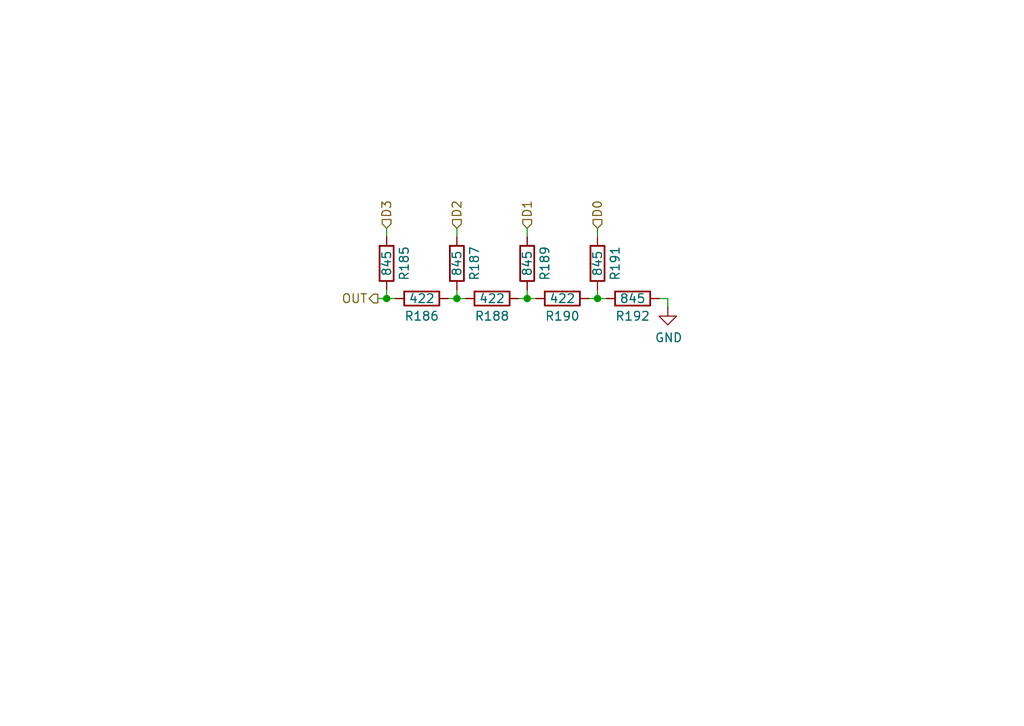
<source format=kicad_sch>
(kicad_sch (version 20250114) (generator "eeschema") (generator_version "9.0")
  (paper "User" 148.006 105.004)
  (lib_symbols
    (symbol "Device:R" (pin_numbers (hide yes)) (pin_names (offset 0))
      (property "Reference" "R" (at 2.032 0 90))
      (property "Value" "R" (at 0 0 90))
      (symbol "R_0_1"
        (rectangle (start -1.016 -2.54) (end 1.016 2.54) (stroke (width 0.254)))
      )
      (symbol "R_1_1"
        (pin passive line (at 0 3.81 270) (length 1.27) (name "~") (number "1"))
        (pin passive line (at 0 -3.81 90) (length 1.27) (name "~") (number "2"))
      )
    )
    (symbol "power:GND" (power) (pin_numbers (hide yes)) (pin_names (offset 0) (hide yes))
      (property "Value" "GND" (at 0 -3.81 0))
      (symbol "GND_0_1"
        (polyline (pts (xy 0 0) (xy 0 -1.27) (xy 1.27 -1.27) (xy 0 -2.54) (xy -1.27 -1.27) (xy 0 -1.27)))
      )
      (symbol "GND_1_1"
        (pin power_in line (at 0 0 270) (length 0) (name "~") (number "1"))
      )
    )
  )
  (junction (at 76.2 43.18))
  (junction (at 55.88 43.18))
  (junction (at 86.36 43.18))
  (junction (at 66.04 43.18))
  (wire (pts (xy 77.47 43.18) (xy 76.2 43.18)))
  (wire (pts (xy 86.36 34.29) (xy 86.36 33.02)))
  (wire (pts (xy 55.88 43.18) (xy 54.61 43.18)))
  (wire (pts (xy 55.88 33.02) (xy 55.88 34.29)))
  (wire (pts (xy 86.36 43.18) (xy 86.36 41.91)))
  (wire (pts (xy 76.2 43.18) (xy 74.93 43.18)))
  (wire (pts (xy 86.36 43.18) (xy 85.09 43.18)))
  (wire (pts (xy 96.52 43.18) (xy 95.25 43.18)))
  (wire (pts (xy 76.2 33.02) (xy 76.2 34.29)))
  (wire (pts (xy 66.04 43.18) (xy 64.77 43.18)))
  (wire (pts (xy 57.15 43.18) (xy 55.88 43.18)))
  (wire (pts (xy 96.52 44.45) (xy 96.52 43.18)))
  (wire (pts (xy 87.63 43.18) (xy 86.36 43.18)))
  (wire (pts (xy 66.04 41.91) (xy 66.04 43.18)))
  (wire (pts (xy 66.04 43.18) (xy 67.31 43.18)))
  (wire (pts (xy 76.2 41.91) (xy 76.2 43.18)))
  (wire (pts (xy 66.04 34.29) (xy 66.04 33.02)))
  (wire (pts (xy 55.88 43.18) (xy 55.88 41.91)))
  (hierarchical_label "D3" (shape input) (at 55.88 33.02 90))
  (hierarchical_label "D2" (shape input) (at 66.04 33.02 90))
  (hierarchical_label "D0" (shape input) (at 86.36 33.02 90))
  (hierarchical_label "D1" (shape input) (at 76.2 33.02 90))
  (hierarchical_label "OUT" (shape output) (at 54.61 43.18 180))
  (symbol (lib_id "power:GND") (at 96.52 44.45 0) (unit 1)
    (property "Reference" "#PWR0492" (effects (hide yes)))
    (property "Value" "GND" (at 96.647 48.8442 0))
    (property "Description" "Power symbol creates a global label with name \"GND\" , ground" (effects (hide yes)))
    (instances (project "fnx51" (path "" (reference "#PWR0494") (unit 1)) (path "" (reference "#PWR0493") (unit 1)) (path "" (reference "#PWR0492") (unit 1))))
  )
  (symbol (lib_id "Device:R") (at 86.36 38.1 0) (unit 1)
    (property "Reference" "R175" (at 88.9 38.1 90))
    (property "Value" "845" (at 86.36 38.1 90))
    (property "Footprint" "Resistor_THT:R_Axial_DIN0207_L6.3mm_D2.5mm_P10.16mm_Horizontal" (effects (hide yes)))
    (instances (project "fnx51" (path "" (reference "R191") (unit 1)) (path "" (reference "R183") (unit 1)) (path "" (reference "R175") (unit 1))))
  )
  (symbol (lib_id "Device:R") (at 66.04 38.1 0) (unit 1)
    (property "Reference" "R171" (at 68.58 38.1 90))
    (property "Value" "845" (at 66.04 38.1 90))
    (property "Footprint" "Resistor_THT:R_Axial_DIN0207_L6.3mm_D2.5mm_P10.16mm_Horizontal" (effects (hide yes)))
    (instances (project "fnx51" (path "" (reference "R187") (unit 1)) (path "" (reference "R179") (unit 1)) (path "" (reference "R171") (unit 1))))
  )
  (symbol (lib_id "Device:R") (at 71.12 43.18 270) (unit 1)
    (property "Reference" "R172" (at 71.12 45.72 90))
    (property "Value" "422" (at 71.12 43.18 90))
    (property "Footprint" "Resistor_THT:R_Axial_DIN0207_L6.3mm_D2.5mm_P10.16mm_Horizontal" (effects (hide yes)))
    (instances (project "fnx51" (path "" (reference "R188") (unit 1)) (path "" (reference "R180") (unit 1)) (path "" (reference "R172") (unit 1))))
  )
  (symbol (lib_id "Device:R") (at 76.2 38.1 0) (unit 1)
    (property "Reference" "R173" (at 78.74 38.1 90))
    (property "Value" "845" (at 76.2 38.1 90))
    (property "Footprint" "Resistor_THT:R_Axial_DIN0207_L6.3mm_D2.5mm_P10.16mm_Horizontal" (effects (hide yes)))
    (instances (project "fnx51" (path "" (reference "R189") (unit 1)) (path "" (reference "R181") (unit 1)) (path "" (reference "R173") (unit 1))))
  )
  (symbol (lib_id "Device:R") (at 91.44 43.18 270) (unit 1)
    (property "Reference" "R176" (at 91.44 45.72 90))
    (property "Value" "845" (at 91.44 43.18 90))
    (property "Footprint" "Resistor_THT:R_Axial_DIN0207_L6.3mm_D2.5mm_P10.16mm_Horizontal" (effects (hide yes)))
    (instances (project "fnx51" (path "" (reference "R192") (unit 1)) (path "" (reference "R184") (unit 1)) (path "" (reference "R176") (unit 1))))
  )
  (symbol (lib_id "Device:R") (at 60.96 43.18 270) (unit 1)
    (property "Reference" "R170" (at 60.96 45.72 90))
    (property "Value" "422" (at 60.96 43.18 90))
    (property "Footprint" "Resistor_THT:R_Axial_DIN0207_L6.3mm_D2.5mm_P10.16mm_Horizontal" (effects (hide yes)))
    (instances (project "fnx51" (path "" (reference "R186") (unit 1)) (path "" (reference "R178") (unit 1)) (path "" (reference "R170") (unit 1))))
  )
  (symbol (lib_id "Device:R") (at 81.28 43.18 270) (unit 1)
    (property "Reference" "R174" (at 81.28 45.72 90))
    (property "Value" "422" (at 81.28 43.18 90))
    (property "Footprint" "Resistor_THT:R_Axial_DIN0207_L6.3mm_D2.5mm_P10.16mm_Horizontal" (effects (hide yes)))
    (instances (project "fnx51" (path "" (reference "R190") (unit 1)) (path "" (reference "R182") (unit 1)) (path "" (reference "R174") (unit 1))))
  )
  (symbol (lib_id "Device:R") (at 55.88 38.1 0) (unit 1)
    (property "Reference" "R169" (at 58.42 38.1 90))
    (property "Value" "845" (at 55.88 38.1 90))
    (property "Footprint" "Resistor_THT:R_Axial_DIN0207_L6.3mm_D2.5mm_P10.16mm_Horizontal" (effects (hide yes)))
    (instances (project "fnx51" (path "" (reference "R185") (unit 1)) (path "" (reference "R177") (unit 1)) (path "" (reference "R169") (unit 1))))
  )
)
</source>
